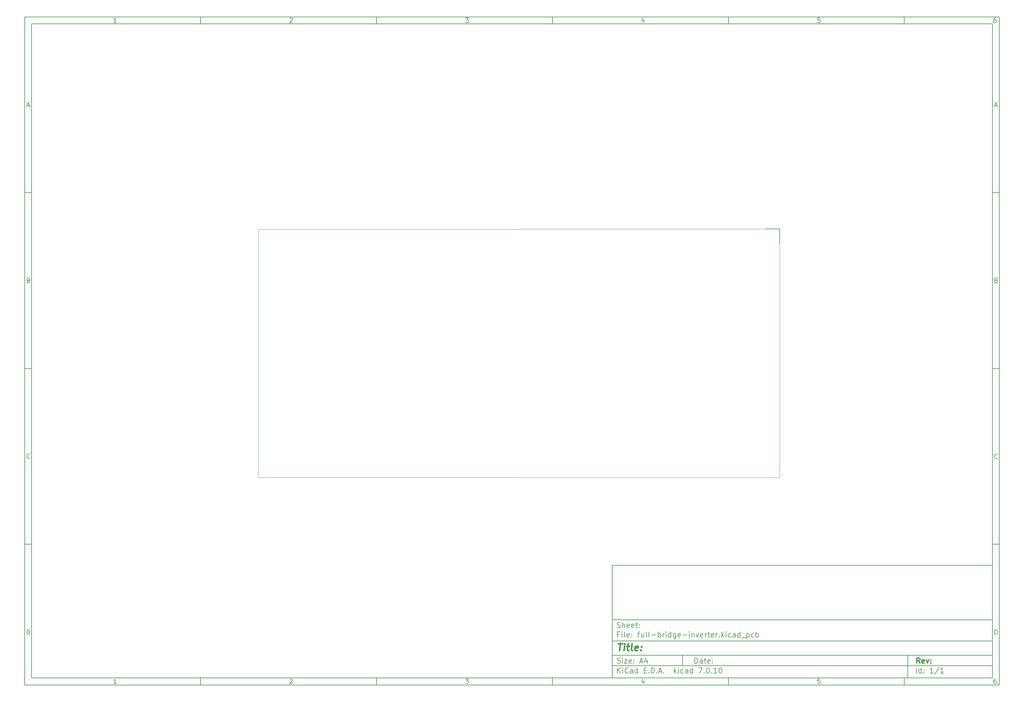
<source format=gbr>
%TF.GenerationSoftware,KiCad,Pcbnew,7.0.10*%
%TF.CreationDate,2024-06-15T06:46:59+07:00*%
%TF.ProjectId,full-bridge-inverter,66756c6c-2d62-4726-9964-67652d696e76,rev?*%
%TF.SameCoordinates,Original*%
%TF.FileFunction,Profile,NP*%
%FSLAX46Y46*%
G04 Gerber Fmt 4.6, Leading zero omitted, Abs format (unit mm)*
G04 Created by KiCad (PCBNEW 7.0.10) date 2024-06-15 06:46:59*
%MOMM*%
%LPD*%
G01*
G04 APERTURE LIST*
%ADD10C,0.100000*%
%ADD11C,0.150000*%
%ADD12C,0.300000*%
%ADD13C,0.400000*%
%TA.AperFunction,Profile*%
%ADD14C,0.200000*%
%TD*%
%TA.AperFunction,Profile*%
%ADD15C,0.100000*%
%TD*%
G04 APERTURE END LIST*
D10*
D11*
X177002200Y-166007200D02*
X285002200Y-166007200D01*
X285002200Y-198007200D01*
X177002200Y-198007200D01*
X177002200Y-166007200D01*
D10*
D11*
X10000000Y-10000000D02*
X287002200Y-10000000D01*
X287002200Y-200007200D01*
X10000000Y-200007200D01*
X10000000Y-10000000D01*
D10*
D11*
X12000000Y-12000000D02*
X285002200Y-12000000D01*
X285002200Y-198007200D01*
X12000000Y-198007200D01*
X12000000Y-12000000D01*
D10*
D11*
X60000000Y-12000000D02*
X60000000Y-10000000D01*
D10*
D11*
X110000000Y-12000000D02*
X110000000Y-10000000D01*
D10*
D11*
X160000000Y-12000000D02*
X160000000Y-10000000D01*
D10*
D11*
X210000000Y-12000000D02*
X210000000Y-10000000D01*
D10*
D11*
X260000000Y-12000000D02*
X260000000Y-10000000D01*
D10*
D11*
X36089160Y-11593604D02*
X35346303Y-11593604D01*
X35717731Y-11593604D02*
X35717731Y-10293604D01*
X35717731Y-10293604D02*
X35593922Y-10479319D01*
X35593922Y-10479319D02*
X35470112Y-10603128D01*
X35470112Y-10603128D02*
X35346303Y-10665033D01*
D10*
D11*
X85346303Y-10417414D02*
X85408207Y-10355509D01*
X85408207Y-10355509D02*
X85532017Y-10293604D01*
X85532017Y-10293604D02*
X85841541Y-10293604D01*
X85841541Y-10293604D02*
X85965350Y-10355509D01*
X85965350Y-10355509D02*
X86027255Y-10417414D01*
X86027255Y-10417414D02*
X86089160Y-10541223D01*
X86089160Y-10541223D02*
X86089160Y-10665033D01*
X86089160Y-10665033D02*
X86027255Y-10850747D01*
X86027255Y-10850747D02*
X85284398Y-11593604D01*
X85284398Y-11593604D02*
X86089160Y-11593604D01*
D10*
D11*
X135284398Y-10293604D02*
X136089160Y-10293604D01*
X136089160Y-10293604D02*
X135655826Y-10788842D01*
X135655826Y-10788842D02*
X135841541Y-10788842D01*
X135841541Y-10788842D02*
X135965350Y-10850747D01*
X135965350Y-10850747D02*
X136027255Y-10912652D01*
X136027255Y-10912652D02*
X136089160Y-11036461D01*
X136089160Y-11036461D02*
X136089160Y-11345985D01*
X136089160Y-11345985D02*
X136027255Y-11469795D01*
X136027255Y-11469795D02*
X135965350Y-11531700D01*
X135965350Y-11531700D02*
X135841541Y-11593604D01*
X135841541Y-11593604D02*
X135470112Y-11593604D01*
X135470112Y-11593604D02*
X135346303Y-11531700D01*
X135346303Y-11531700D02*
X135284398Y-11469795D01*
D10*
D11*
X185965350Y-10726938D02*
X185965350Y-11593604D01*
X185655826Y-10231700D02*
X185346303Y-11160271D01*
X185346303Y-11160271D02*
X186151064Y-11160271D01*
D10*
D11*
X236027255Y-10293604D02*
X235408207Y-10293604D01*
X235408207Y-10293604D02*
X235346303Y-10912652D01*
X235346303Y-10912652D02*
X235408207Y-10850747D01*
X235408207Y-10850747D02*
X235532017Y-10788842D01*
X235532017Y-10788842D02*
X235841541Y-10788842D01*
X235841541Y-10788842D02*
X235965350Y-10850747D01*
X235965350Y-10850747D02*
X236027255Y-10912652D01*
X236027255Y-10912652D02*
X236089160Y-11036461D01*
X236089160Y-11036461D02*
X236089160Y-11345985D01*
X236089160Y-11345985D02*
X236027255Y-11469795D01*
X236027255Y-11469795D02*
X235965350Y-11531700D01*
X235965350Y-11531700D02*
X235841541Y-11593604D01*
X235841541Y-11593604D02*
X235532017Y-11593604D01*
X235532017Y-11593604D02*
X235408207Y-11531700D01*
X235408207Y-11531700D02*
X235346303Y-11469795D01*
D10*
D11*
X285965350Y-10293604D02*
X285717731Y-10293604D01*
X285717731Y-10293604D02*
X285593922Y-10355509D01*
X285593922Y-10355509D02*
X285532017Y-10417414D01*
X285532017Y-10417414D02*
X285408207Y-10603128D01*
X285408207Y-10603128D02*
X285346303Y-10850747D01*
X285346303Y-10850747D02*
X285346303Y-11345985D01*
X285346303Y-11345985D02*
X285408207Y-11469795D01*
X285408207Y-11469795D02*
X285470112Y-11531700D01*
X285470112Y-11531700D02*
X285593922Y-11593604D01*
X285593922Y-11593604D02*
X285841541Y-11593604D01*
X285841541Y-11593604D02*
X285965350Y-11531700D01*
X285965350Y-11531700D02*
X286027255Y-11469795D01*
X286027255Y-11469795D02*
X286089160Y-11345985D01*
X286089160Y-11345985D02*
X286089160Y-11036461D01*
X286089160Y-11036461D02*
X286027255Y-10912652D01*
X286027255Y-10912652D02*
X285965350Y-10850747D01*
X285965350Y-10850747D02*
X285841541Y-10788842D01*
X285841541Y-10788842D02*
X285593922Y-10788842D01*
X285593922Y-10788842D02*
X285470112Y-10850747D01*
X285470112Y-10850747D02*
X285408207Y-10912652D01*
X285408207Y-10912652D02*
X285346303Y-11036461D01*
D10*
D11*
X60000000Y-198007200D02*
X60000000Y-200007200D01*
D10*
D11*
X110000000Y-198007200D02*
X110000000Y-200007200D01*
D10*
D11*
X160000000Y-198007200D02*
X160000000Y-200007200D01*
D10*
D11*
X210000000Y-198007200D02*
X210000000Y-200007200D01*
D10*
D11*
X260000000Y-198007200D02*
X260000000Y-200007200D01*
D10*
D11*
X36089160Y-199600804D02*
X35346303Y-199600804D01*
X35717731Y-199600804D02*
X35717731Y-198300804D01*
X35717731Y-198300804D02*
X35593922Y-198486519D01*
X35593922Y-198486519D02*
X35470112Y-198610328D01*
X35470112Y-198610328D02*
X35346303Y-198672233D01*
D10*
D11*
X85346303Y-198424614D02*
X85408207Y-198362709D01*
X85408207Y-198362709D02*
X85532017Y-198300804D01*
X85532017Y-198300804D02*
X85841541Y-198300804D01*
X85841541Y-198300804D02*
X85965350Y-198362709D01*
X85965350Y-198362709D02*
X86027255Y-198424614D01*
X86027255Y-198424614D02*
X86089160Y-198548423D01*
X86089160Y-198548423D02*
X86089160Y-198672233D01*
X86089160Y-198672233D02*
X86027255Y-198857947D01*
X86027255Y-198857947D02*
X85284398Y-199600804D01*
X85284398Y-199600804D02*
X86089160Y-199600804D01*
D10*
D11*
X135284398Y-198300804D02*
X136089160Y-198300804D01*
X136089160Y-198300804D02*
X135655826Y-198796042D01*
X135655826Y-198796042D02*
X135841541Y-198796042D01*
X135841541Y-198796042D02*
X135965350Y-198857947D01*
X135965350Y-198857947D02*
X136027255Y-198919852D01*
X136027255Y-198919852D02*
X136089160Y-199043661D01*
X136089160Y-199043661D02*
X136089160Y-199353185D01*
X136089160Y-199353185D02*
X136027255Y-199476995D01*
X136027255Y-199476995D02*
X135965350Y-199538900D01*
X135965350Y-199538900D02*
X135841541Y-199600804D01*
X135841541Y-199600804D02*
X135470112Y-199600804D01*
X135470112Y-199600804D02*
X135346303Y-199538900D01*
X135346303Y-199538900D02*
X135284398Y-199476995D01*
D10*
D11*
X185965350Y-198734138D02*
X185965350Y-199600804D01*
X185655826Y-198238900D02*
X185346303Y-199167471D01*
X185346303Y-199167471D02*
X186151064Y-199167471D01*
D10*
D11*
X236027255Y-198300804D02*
X235408207Y-198300804D01*
X235408207Y-198300804D02*
X235346303Y-198919852D01*
X235346303Y-198919852D02*
X235408207Y-198857947D01*
X235408207Y-198857947D02*
X235532017Y-198796042D01*
X235532017Y-198796042D02*
X235841541Y-198796042D01*
X235841541Y-198796042D02*
X235965350Y-198857947D01*
X235965350Y-198857947D02*
X236027255Y-198919852D01*
X236027255Y-198919852D02*
X236089160Y-199043661D01*
X236089160Y-199043661D02*
X236089160Y-199353185D01*
X236089160Y-199353185D02*
X236027255Y-199476995D01*
X236027255Y-199476995D02*
X235965350Y-199538900D01*
X235965350Y-199538900D02*
X235841541Y-199600804D01*
X235841541Y-199600804D02*
X235532017Y-199600804D01*
X235532017Y-199600804D02*
X235408207Y-199538900D01*
X235408207Y-199538900D02*
X235346303Y-199476995D01*
D10*
D11*
X285965350Y-198300804D02*
X285717731Y-198300804D01*
X285717731Y-198300804D02*
X285593922Y-198362709D01*
X285593922Y-198362709D02*
X285532017Y-198424614D01*
X285532017Y-198424614D02*
X285408207Y-198610328D01*
X285408207Y-198610328D02*
X285346303Y-198857947D01*
X285346303Y-198857947D02*
X285346303Y-199353185D01*
X285346303Y-199353185D02*
X285408207Y-199476995D01*
X285408207Y-199476995D02*
X285470112Y-199538900D01*
X285470112Y-199538900D02*
X285593922Y-199600804D01*
X285593922Y-199600804D02*
X285841541Y-199600804D01*
X285841541Y-199600804D02*
X285965350Y-199538900D01*
X285965350Y-199538900D02*
X286027255Y-199476995D01*
X286027255Y-199476995D02*
X286089160Y-199353185D01*
X286089160Y-199353185D02*
X286089160Y-199043661D01*
X286089160Y-199043661D02*
X286027255Y-198919852D01*
X286027255Y-198919852D02*
X285965350Y-198857947D01*
X285965350Y-198857947D02*
X285841541Y-198796042D01*
X285841541Y-198796042D02*
X285593922Y-198796042D01*
X285593922Y-198796042D02*
X285470112Y-198857947D01*
X285470112Y-198857947D02*
X285408207Y-198919852D01*
X285408207Y-198919852D02*
X285346303Y-199043661D01*
D10*
D11*
X10000000Y-60000000D02*
X12000000Y-60000000D01*
D10*
D11*
X10000000Y-110000000D02*
X12000000Y-110000000D01*
D10*
D11*
X10000000Y-160000000D02*
X12000000Y-160000000D01*
D10*
D11*
X10690476Y-35222176D02*
X11309523Y-35222176D01*
X10566666Y-35593604D02*
X10999999Y-34293604D01*
X10999999Y-34293604D02*
X11433333Y-35593604D01*
D10*
D11*
X11092857Y-84912652D02*
X11278571Y-84974557D01*
X11278571Y-84974557D02*
X11340476Y-85036461D01*
X11340476Y-85036461D02*
X11402380Y-85160271D01*
X11402380Y-85160271D02*
X11402380Y-85345985D01*
X11402380Y-85345985D02*
X11340476Y-85469795D01*
X11340476Y-85469795D02*
X11278571Y-85531700D01*
X11278571Y-85531700D02*
X11154761Y-85593604D01*
X11154761Y-85593604D02*
X10659523Y-85593604D01*
X10659523Y-85593604D02*
X10659523Y-84293604D01*
X10659523Y-84293604D02*
X11092857Y-84293604D01*
X11092857Y-84293604D02*
X11216666Y-84355509D01*
X11216666Y-84355509D02*
X11278571Y-84417414D01*
X11278571Y-84417414D02*
X11340476Y-84541223D01*
X11340476Y-84541223D02*
X11340476Y-84665033D01*
X11340476Y-84665033D02*
X11278571Y-84788842D01*
X11278571Y-84788842D02*
X11216666Y-84850747D01*
X11216666Y-84850747D02*
X11092857Y-84912652D01*
X11092857Y-84912652D02*
X10659523Y-84912652D01*
D10*
D11*
X11402380Y-135469795D02*
X11340476Y-135531700D01*
X11340476Y-135531700D02*
X11154761Y-135593604D01*
X11154761Y-135593604D02*
X11030952Y-135593604D01*
X11030952Y-135593604D02*
X10845238Y-135531700D01*
X10845238Y-135531700D02*
X10721428Y-135407890D01*
X10721428Y-135407890D02*
X10659523Y-135284080D01*
X10659523Y-135284080D02*
X10597619Y-135036461D01*
X10597619Y-135036461D02*
X10597619Y-134850747D01*
X10597619Y-134850747D02*
X10659523Y-134603128D01*
X10659523Y-134603128D02*
X10721428Y-134479319D01*
X10721428Y-134479319D02*
X10845238Y-134355509D01*
X10845238Y-134355509D02*
X11030952Y-134293604D01*
X11030952Y-134293604D02*
X11154761Y-134293604D01*
X11154761Y-134293604D02*
X11340476Y-134355509D01*
X11340476Y-134355509D02*
X11402380Y-134417414D01*
D10*
D11*
X10659523Y-185593604D02*
X10659523Y-184293604D01*
X10659523Y-184293604D02*
X10969047Y-184293604D01*
X10969047Y-184293604D02*
X11154761Y-184355509D01*
X11154761Y-184355509D02*
X11278571Y-184479319D01*
X11278571Y-184479319D02*
X11340476Y-184603128D01*
X11340476Y-184603128D02*
X11402380Y-184850747D01*
X11402380Y-184850747D02*
X11402380Y-185036461D01*
X11402380Y-185036461D02*
X11340476Y-185284080D01*
X11340476Y-185284080D02*
X11278571Y-185407890D01*
X11278571Y-185407890D02*
X11154761Y-185531700D01*
X11154761Y-185531700D02*
X10969047Y-185593604D01*
X10969047Y-185593604D02*
X10659523Y-185593604D01*
D10*
D11*
X287002200Y-60000000D02*
X285002200Y-60000000D01*
D10*
D11*
X287002200Y-110000000D02*
X285002200Y-110000000D01*
D10*
D11*
X287002200Y-160000000D02*
X285002200Y-160000000D01*
D10*
D11*
X285692676Y-35222176D02*
X286311723Y-35222176D01*
X285568866Y-35593604D02*
X286002199Y-34293604D01*
X286002199Y-34293604D02*
X286435533Y-35593604D01*
D10*
D11*
X286095057Y-84912652D02*
X286280771Y-84974557D01*
X286280771Y-84974557D02*
X286342676Y-85036461D01*
X286342676Y-85036461D02*
X286404580Y-85160271D01*
X286404580Y-85160271D02*
X286404580Y-85345985D01*
X286404580Y-85345985D02*
X286342676Y-85469795D01*
X286342676Y-85469795D02*
X286280771Y-85531700D01*
X286280771Y-85531700D02*
X286156961Y-85593604D01*
X286156961Y-85593604D02*
X285661723Y-85593604D01*
X285661723Y-85593604D02*
X285661723Y-84293604D01*
X285661723Y-84293604D02*
X286095057Y-84293604D01*
X286095057Y-84293604D02*
X286218866Y-84355509D01*
X286218866Y-84355509D02*
X286280771Y-84417414D01*
X286280771Y-84417414D02*
X286342676Y-84541223D01*
X286342676Y-84541223D02*
X286342676Y-84665033D01*
X286342676Y-84665033D02*
X286280771Y-84788842D01*
X286280771Y-84788842D02*
X286218866Y-84850747D01*
X286218866Y-84850747D02*
X286095057Y-84912652D01*
X286095057Y-84912652D02*
X285661723Y-84912652D01*
D10*
D11*
X286404580Y-135469795D02*
X286342676Y-135531700D01*
X286342676Y-135531700D02*
X286156961Y-135593604D01*
X286156961Y-135593604D02*
X286033152Y-135593604D01*
X286033152Y-135593604D02*
X285847438Y-135531700D01*
X285847438Y-135531700D02*
X285723628Y-135407890D01*
X285723628Y-135407890D02*
X285661723Y-135284080D01*
X285661723Y-135284080D02*
X285599819Y-135036461D01*
X285599819Y-135036461D02*
X285599819Y-134850747D01*
X285599819Y-134850747D02*
X285661723Y-134603128D01*
X285661723Y-134603128D02*
X285723628Y-134479319D01*
X285723628Y-134479319D02*
X285847438Y-134355509D01*
X285847438Y-134355509D02*
X286033152Y-134293604D01*
X286033152Y-134293604D02*
X286156961Y-134293604D01*
X286156961Y-134293604D02*
X286342676Y-134355509D01*
X286342676Y-134355509D02*
X286404580Y-134417414D01*
D10*
D11*
X285661723Y-185593604D02*
X285661723Y-184293604D01*
X285661723Y-184293604D02*
X285971247Y-184293604D01*
X285971247Y-184293604D02*
X286156961Y-184355509D01*
X286156961Y-184355509D02*
X286280771Y-184479319D01*
X286280771Y-184479319D02*
X286342676Y-184603128D01*
X286342676Y-184603128D02*
X286404580Y-184850747D01*
X286404580Y-184850747D02*
X286404580Y-185036461D01*
X286404580Y-185036461D02*
X286342676Y-185284080D01*
X286342676Y-185284080D02*
X286280771Y-185407890D01*
X286280771Y-185407890D02*
X286156961Y-185531700D01*
X286156961Y-185531700D02*
X285971247Y-185593604D01*
X285971247Y-185593604D02*
X285661723Y-185593604D01*
D10*
D11*
X200458026Y-193793328D02*
X200458026Y-192293328D01*
X200458026Y-192293328D02*
X200815169Y-192293328D01*
X200815169Y-192293328D02*
X201029455Y-192364757D01*
X201029455Y-192364757D02*
X201172312Y-192507614D01*
X201172312Y-192507614D02*
X201243741Y-192650471D01*
X201243741Y-192650471D02*
X201315169Y-192936185D01*
X201315169Y-192936185D02*
X201315169Y-193150471D01*
X201315169Y-193150471D02*
X201243741Y-193436185D01*
X201243741Y-193436185D02*
X201172312Y-193579042D01*
X201172312Y-193579042D02*
X201029455Y-193721900D01*
X201029455Y-193721900D02*
X200815169Y-193793328D01*
X200815169Y-193793328D02*
X200458026Y-193793328D01*
X202600884Y-193793328D02*
X202600884Y-193007614D01*
X202600884Y-193007614D02*
X202529455Y-192864757D01*
X202529455Y-192864757D02*
X202386598Y-192793328D01*
X202386598Y-192793328D02*
X202100884Y-192793328D01*
X202100884Y-192793328D02*
X201958026Y-192864757D01*
X202600884Y-193721900D02*
X202458026Y-193793328D01*
X202458026Y-193793328D02*
X202100884Y-193793328D01*
X202100884Y-193793328D02*
X201958026Y-193721900D01*
X201958026Y-193721900D02*
X201886598Y-193579042D01*
X201886598Y-193579042D02*
X201886598Y-193436185D01*
X201886598Y-193436185D02*
X201958026Y-193293328D01*
X201958026Y-193293328D02*
X202100884Y-193221900D01*
X202100884Y-193221900D02*
X202458026Y-193221900D01*
X202458026Y-193221900D02*
X202600884Y-193150471D01*
X203100884Y-192793328D02*
X203672312Y-192793328D01*
X203315169Y-192293328D02*
X203315169Y-193579042D01*
X203315169Y-193579042D02*
X203386598Y-193721900D01*
X203386598Y-193721900D02*
X203529455Y-193793328D01*
X203529455Y-193793328D02*
X203672312Y-193793328D01*
X204743741Y-193721900D02*
X204600884Y-193793328D01*
X204600884Y-193793328D02*
X204315170Y-193793328D01*
X204315170Y-193793328D02*
X204172312Y-193721900D01*
X204172312Y-193721900D02*
X204100884Y-193579042D01*
X204100884Y-193579042D02*
X204100884Y-193007614D01*
X204100884Y-193007614D02*
X204172312Y-192864757D01*
X204172312Y-192864757D02*
X204315170Y-192793328D01*
X204315170Y-192793328D02*
X204600884Y-192793328D01*
X204600884Y-192793328D02*
X204743741Y-192864757D01*
X204743741Y-192864757D02*
X204815170Y-193007614D01*
X204815170Y-193007614D02*
X204815170Y-193150471D01*
X204815170Y-193150471D02*
X204100884Y-193293328D01*
X205458026Y-193650471D02*
X205529455Y-193721900D01*
X205529455Y-193721900D02*
X205458026Y-193793328D01*
X205458026Y-193793328D02*
X205386598Y-193721900D01*
X205386598Y-193721900D02*
X205458026Y-193650471D01*
X205458026Y-193650471D02*
X205458026Y-193793328D01*
X205458026Y-192864757D02*
X205529455Y-192936185D01*
X205529455Y-192936185D02*
X205458026Y-193007614D01*
X205458026Y-193007614D02*
X205386598Y-192936185D01*
X205386598Y-192936185D02*
X205458026Y-192864757D01*
X205458026Y-192864757D02*
X205458026Y-193007614D01*
D10*
D11*
X177002200Y-194507200D02*
X285002200Y-194507200D01*
D10*
D11*
X178458026Y-196593328D02*
X178458026Y-195093328D01*
X179315169Y-196593328D02*
X178672312Y-195736185D01*
X179315169Y-195093328D02*
X178458026Y-195950471D01*
X179958026Y-196593328D02*
X179958026Y-195593328D01*
X179958026Y-195093328D02*
X179886598Y-195164757D01*
X179886598Y-195164757D02*
X179958026Y-195236185D01*
X179958026Y-195236185D02*
X180029455Y-195164757D01*
X180029455Y-195164757D02*
X179958026Y-195093328D01*
X179958026Y-195093328D02*
X179958026Y-195236185D01*
X181529455Y-196450471D02*
X181458027Y-196521900D01*
X181458027Y-196521900D02*
X181243741Y-196593328D01*
X181243741Y-196593328D02*
X181100884Y-196593328D01*
X181100884Y-196593328D02*
X180886598Y-196521900D01*
X180886598Y-196521900D02*
X180743741Y-196379042D01*
X180743741Y-196379042D02*
X180672312Y-196236185D01*
X180672312Y-196236185D02*
X180600884Y-195950471D01*
X180600884Y-195950471D02*
X180600884Y-195736185D01*
X180600884Y-195736185D02*
X180672312Y-195450471D01*
X180672312Y-195450471D02*
X180743741Y-195307614D01*
X180743741Y-195307614D02*
X180886598Y-195164757D01*
X180886598Y-195164757D02*
X181100884Y-195093328D01*
X181100884Y-195093328D02*
X181243741Y-195093328D01*
X181243741Y-195093328D02*
X181458027Y-195164757D01*
X181458027Y-195164757D02*
X181529455Y-195236185D01*
X182815170Y-196593328D02*
X182815170Y-195807614D01*
X182815170Y-195807614D02*
X182743741Y-195664757D01*
X182743741Y-195664757D02*
X182600884Y-195593328D01*
X182600884Y-195593328D02*
X182315170Y-195593328D01*
X182315170Y-195593328D02*
X182172312Y-195664757D01*
X182815170Y-196521900D02*
X182672312Y-196593328D01*
X182672312Y-196593328D02*
X182315170Y-196593328D01*
X182315170Y-196593328D02*
X182172312Y-196521900D01*
X182172312Y-196521900D02*
X182100884Y-196379042D01*
X182100884Y-196379042D02*
X182100884Y-196236185D01*
X182100884Y-196236185D02*
X182172312Y-196093328D01*
X182172312Y-196093328D02*
X182315170Y-196021900D01*
X182315170Y-196021900D02*
X182672312Y-196021900D01*
X182672312Y-196021900D02*
X182815170Y-195950471D01*
X184172313Y-196593328D02*
X184172313Y-195093328D01*
X184172313Y-196521900D02*
X184029455Y-196593328D01*
X184029455Y-196593328D02*
X183743741Y-196593328D01*
X183743741Y-196593328D02*
X183600884Y-196521900D01*
X183600884Y-196521900D02*
X183529455Y-196450471D01*
X183529455Y-196450471D02*
X183458027Y-196307614D01*
X183458027Y-196307614D02*
X183458027Y-195879042D01*
X183458027Y-195879042D02*
X183529455Y-195736185D01*
X183529455Y-195736185D02*
X183600884Y-195664757D01*
X183600884Y-195664757D02*
X183743741Y-195593328D01*
X183743741Y-195593328D02*
X184029455Y-195593328D01*
X184029455Y-195593328D02*
X184172313Y-195664757D01*
X186029455Y-195807614D02*
X186529455Y-195807614D01*
X186743741Y-196593328D02*
X186029455Y-196593328D01*
X186029455Y-196593328D02*
X186029455Y-195093328D01*
X186029455Y-195093328D02*
X186743741Y-195093328D01*
X187386598Y-196450471D02*
X187458027Y-196521900D01*
X187458027Y-196521900D02*
X187386598Y-196593328D01*
X187386598Y-196593328D02*
X187315170Y-196521900D01*
X187315170Y-196521900D02*
X187386598Y-196450471D01*
X187386598Y-196450471D02*
X187386598Y-196593328D01*
X188100884Y-196593328D02*
X188100884Y-195093328D01*
X188100884Y-195093328D02*
X188458027Y-195093328D01*
X188458027Y-195093328D02*
X188672313Y-195164757D01*
X188672313Y-195164757D02*
X188815170Y-195307614D01*
X188815170Y-195307614D02*
X188886599Y-195450471D01*
X188886599Y-195450471D02*
X188958027Y-195736185D01*
X188958027Y-195736185D02*
X188958027Y-195950471D01*
X188958027Y-195950471D02*
X188886599Y-196236185D01*
X188886599Y-196236185D02*
X188815170Y-196379042D01*
X188815170Y-196379042D02*
X188672313Y-196521900D01*
X188672313Y-196521900D02*
X188458027Y-196593328D01*
X188458027Y-196593328D02*
X188100884Y-196593328D01*
X189600884Y-196450471D02*
X189672313Y-196521900D01*
X189672313Y-196521900D02*
X189600884Y-196593328D01*
X189600884Y-196593328D02*
X189529456Y-196521900D01*
X189529456Y-196521900D02*
X189600884Y-196450471D01*
X189600884Y-196450471D02*
X189600884Y-196593328D01*
X190243742Y-196164757D02*
X190958028Y-196164757D01*
X190100885Y-196593328D02*
X190600885Y-195093328D01*
X190600885Y-195093328D02*
X191100885Y-196593328D01*
X191600884Y-196450471D02*
X191672313Y-196521900D01*
X191672313Y-196521900D02*
X191600884Y-196593328D01*
X191600884Y-196593328D02*
X191529456Y-196521900D01*
X191529456Y-196521900D02*
X191600884Y-196450471D01*
X191600884Y-196450471D02*
X191600884Y-196593328D01*
X194600884Y-196593328D02*
X194600884Y-195093328D01*
X194743742Y-196021900D02*
X195172313Y-196593328D01*
X195172313Y-195593328D02*
X194600884Y-196164757D01*
X195815170Y-196593328D02*
X195815170Y-195593328D01*
X195815170Y-195093328D02*
X195743742Y-195164757D01*
X195743742Y-195164757D02*
X195815170Y-195236185D01*
X195815170Y-195236185D02*
X195886599Y-195164757D01*
X195886599Y-195164757D02*
X195815170Y-195093328D01*
X195815170Y-195093328D02*
X195815170Y-195236185D01*
X197172314Y-196521900D02*
X197029456Y-196593328D01*
X197029456Y-196593328D02*
X196743742Y-196593328D01*
X196743742Y-196593328D02*
X196600885Y-196521900D01*
X196600885Y-196521900D02*
X196529456Y-196450471D01*
X196529456Y-196450471D02*
X196458028Y-196307614D01*
X196458028Y-196307614D02*
X196458028Y-195879042D01*
X196458028Y-195879042D02*
X196529456Y-195736185D01*
X196529456Y-195736185D02*
X196600885Y-195664757D01*
X196600885Y-195664757D02*
X196743742Y-195593328D01*
X196743742Y-195593328D02*
X197029456Y-195593328D01*
X197029456Y-195593328D02*
X197172314Y-195664757D01*
X198458028Y-196593328D02*
X198458028Y-195807614D01*
X198458028Y-195807614D02*
X198386599Y-195664757D01*
X198386599Y-195664757D02*
X198243742Y-195593328D01*
X198243742Y-195593328D02*
X197958028Y-195593328D01*
X197958028Y-195593328D02*
X197815170Y-195664757D01*
X198458028Y-196521900D02*
X198315170Y-196593328D01*
X198315170Y-196593328D02*
X197958028Y-196593328D01*
X197958028Y-196593328D02*
X197815170Y-196521900D01*
X197815170Y-196521900D02*
X197743742Y-196379042D01*
X197743742Y-196379042D02*
X197743742Y-196236185D01*
X197743742Y-196236185D02*
X197815170Y-196093328D01*
X197815170Y-196093328D02*
X197958028Y-196021900D01*
X197958028Y-196021900D02*
X198315170Y-196021900D01*
X198315170Y-196021900D02*
X198458028Y-195950471D01*
X199815171Y-196593328D02*
X199815171Y-195093328D01*
X199815171Y-196521900D02*
X199672313Y-196593328D01*
X199672313Y-196593328D02*
X199386599Y-196593328D01*
X199386599Y-196593328D02*
X199243742Y-196521900D01*
X199243742Y-196521900D02*
X199172313Y-196450471D01*
X199172313Y-196450471D02*
X199100885Y-196307614D01*
X199100885Y-196307614D02*
X199100885Y-195879042D01*
X199100885Y-195879042D02*
X199172313Y-195736185D01*
X199172313Y-195736185D02*
X199243742Y-195664757D01*
X199243742Y-195664757D02*
X199386599Y-195593328D01*
X199386599Y-195593328D02*
X199672313Y-195593328D01*
X199672313Y-195593328D02*
X199815171Y-195664757D01*
X201529456Y-195093328D02*
X202529456Y-195093328D01*
X202529456Y-195093328D02*
X201886599Y-196593328D01*
X203100884Y-196450471D02*
X203172313Y-196521900D01*
X203172313Y-196521900D02*
X203100884Y-196593328D01*
X203100884Y-196593328D02*
X203029456Y-196521900D01*
X203029456Y-196521900D02*
X203100884Y-196450471D01*
X203100884Y-196450471D02*
X203100884Y-196593328D01*
X204100885Y-195093328D02*
X204243742Y-195093328D01*
X204243742Y-195093328D02*
X204386599Y-195164757D01*
X204386599Y-195164757D02*
X204458028Y-195236185D01*
X204458028Y-195236185D02*
X204529456Y-195379042D01*
X204529456Y-195379042D02*
X204600885Y-195664757D01*
X204600885Y-195664757D02*
X204600885Y-196021900D01*
X204600885Y-196021900D02*
X204529456Y-196307614D01*
X204529456Y-196307614D02*
X204458028Y-196450471D01*
X204458028Y-196450471D02*
X204386599Y-196521900D01*
X204386599Y-196521900D02*
X204243742Y-196593328D01*
X204243742Y-196593328D02*
X204100885Y-196593328D01*
X204100885Y-196593328D02*
X203958028Y-196521900D01*
X203958028Y-196521900D02*
X203886599Y-196450471D01*
X203886599Y-196450471D02*
X203815170Y-196307614D01*
X203815170Y-196307614D02*
X203743742Y-196021900D01*
X203743742Y-196021900D02*
X203743742Y-195664757D01*
X203743742Y-195664757D02*
X203815170Y-195379042D01*
X203815170Y-195379042D02*
X203886599Y-195236185D01*
X203886599Y-195236185D02*
X203958028Y-195164757D01*
X203958028Y-195164757D02*
X204100885Y-195093328D01*
X205243741Y-196450471D02*
X205315170Y-196521900D01*
X205315170Y-196521900D02*
X205243741Y-196593328D01*
X205243741Y-196593328D02*
X205172313Y-196521900D01*
X205172313Y-196521900D02*
X205243741Y-196450471D01*
X205243741Y-196450471D02*
X205243741Y-196593328D01*
X206743742Y-196593328D02*
X205886599Y-196593328D01*
X206315170Y-196593328D02*
X206315170Y-195093328D01*
X206315170Y-195093328D02*
X206172313Y-195307614D01*
X206172313Y-195307614D02*
X206029456Y-195450471D01*
X206029456Y-195450471D02*
X205886599Y-195521900D01*
X207672313Y-195093328D02*
X207815170Y-195093328D01*
X207815170Y-195093328D02*
X207958027Y-195164757D01*
X207958027Y-195164757D02*
X208029456Y-195236185D01*
X208029456Y-195236185D02*
X208100884Y-195379042D01*
X208100884Y-195379042D02*
X208172313Y-195664757D01*
X208172313Y-195664757D02*
X208172313Y-196021900D01*
X208172313Y-196021900D02*
X208100884Y-196307614D01*
X208100884Y-196307614D02*
X208029456Y-196450471D01*
X208029456Y-196450471D02*
X207958027Y-196521900D01*
X207958027Y-196521900D02*
X207815170Y-196593328D01*
X207815170Y-196593328D02*
X207672313Y-196593328D01*
X207672313Y-196593328D02*
X207529456Y-196521900D01*
X207529456Y-196521900D02*
X207458027Y-196450471D01*
X207458027Y-196450471D02*
X207386598Y-196307614D01*
X207386598Y-196307614D02*
X207315170Y-196021900D01*
X207315170Y-196021900D02*
X207315170Y-195664757D01*
X207315170Y-195664757D02*
X207386598Y-195379042D01*
X207386598Y-195379042D02*
X207458027Y-195236185D01*
X207458027Y-195236185D02*
X207529456Y-195164757D01*
X207529456Y-195164757D02*
X207672313Y-195093328D01*
D10*
D11*
X177002200Y-191507200D02*
X285002200Y-191507200D01*
D10*
D12*
X264413853Y-193785528D02*
X263913853Y-193071242D01*
X263556710Y-193785528D02*
X263556710Y-192285528D01*
X263556710Y-192285528D02*
X264128139Y-192285528D01*
X264128139Y-192285528D02*
X264270996Y-192356957D01*
X264270996Y-192356957D02*
X264342425Y-192428385D01*
X264342425Y-192428385D02*
X264413853Y-192571242D01*
X264413853Y-192571242D02*
X264413853Y-192785528D01*
X264413853Y-192785528D02*
X264342425Y-192928385D01*
X264342425Y-192928385D02*
X264270996Y-192999814D01*
X264270996Y-192999814D02*
X264128139Y-193071242D01*
X264128139Y-193071242D02*
X263556710Y-193071242D01*
X265628139Y-193714100D02*
X265485282Y-193785528D01*
X265485282Y-193785528D02*
X265199568Y-193785528D01*
X265199568Y-193785528D02*
X265056710Y-193714100D01*
X265056710Y-193714100D02*
X264985282Y-193571242D01*
X264985282Y-193571242D02*
X264985282Y-192999814D01*
X264985282Y-192999814D02*
X265056710Y-192856957D01*
X265056710Y-192856957D02*
X265199568Y-192785528D01*
X265199568Y-192785528D02*
X265485282Y-192785528D01*
X265485282Y-192785528D02*
X265628139Y-192856957D01*
X265628139Y-192856957D02*
X265699568Y-192999814D01*
X265699568Y-192999814D02*
X265699568Y-193142671D01*
X265699568Y-193142671D02*
X264985282Y-193285528D01*
X266199567Y-192785528D02*
X266556710Y-193785528D01*
X266556710Y-193785528D02*
X266913853Y-192785528D01*
X267485281Y-193642671D02*
X267556710Y-193714100D01*
X267556710Y-193714100D02*
X267485281Y-193785528D01*
X267485281Y-193785528D02*
X267413853Y-193714100D01*
X267413853Y-193714100D02*
X267485281Y-193642671D01*
X267485281Y-193642671D02*
X267485281Y-193785528D01*
X267485281Y-192856957D02*
X267556710Y-192928385D01*
X267556710Y-192928385D02*
X267485281Y-192999814D01*
X267485281Y-192999814D02*
X267413853Y-192928385D01*
X267413853Y-192928385D02*
X267485281Y-192856957D01*
X267485281Y-192856957D02*
X267485281Y-192999814D01*
D10*
D11*
X178386598Y-193721900D02*
X178600884Y-193793328D01*
X178600884Y-193793328D02*
X178958026Y-193793328D01*
X178958026Y-193793328D02*
X179100884Y-193721900D01*
X179100884Y-193721900D02*
X179172312Y-193650471D01*
X179172312Y-193650471D02*
X179243741Y-193507614D01*
X179243741Y-193507614D02*
X179243741Y-193364757D01*
X179243741Y-193364757D02*
X179172312Y-193221900D01*
X179172312Y-193221900D02*
X179100884Y-193150471D01*
X179100884Y-193150471D02*
X178958026Y-193079042D01*
X178958026Y-193079042D02*
X178672312Y-193007614D01*
X178672312Y-193007614D02*
X178529455Y-192936185D01*
X178529455Y-192936185D02*
X178458026Y-192864757D01*
X178458026Y-192864757D02*
X178386598Y-192721900D01*
X178386598Y-192721900D02*
X178386598Y-192579042D01*
X178386598Y-192579042D02*
X178458026Y-192436185D01*
X178458026Y-192436185D02*
X178529455Y-192364757D01*
X178529455Y-192364757D02*
X178672312Y-192293328D01*
X178672312Y-192293328D02*
X179029455Y-192293328D01*
X179029455Y-192293328D02*
X179243741Y-192364757D01*
X179886597Y-193793328D02*
X179886597Y-192793328D01*
X179886597Y-192293328D02*
X179815169Y-192364757D01*
X179815169Y-192364757D02*
X179886597Y-192436185D01*
X179886597Y-192436185D02*
X179958026Y-192364757D01*
X179958026Y-192364757D02*
X179886597Y-192293328D01*
X179886597Y-192293328D02*
X179886597Y-192436185D01*
X180458026Y-192793328D02*
X181243741Y-192793328D01*
X181243741Y-192793328D02*
X180458026Y-193793328D01*
X180458026Y-193793328D02*
X181243741Y-193793328D01*
X182386598Y-193721900D02*
X182243741Y-193793328D01*
X182243741Y-193793328D02*
X181958027Y-193793328D01*
X181958027Y-193793328D02*
X181815169Y-193721900D01*
X181815169Y-193721900D02*
X181743741Y-193579042D01*
X181743741Y-193579042D02*
X181743741Y-193007614D01*
X181743741Y-193007614D02*
X181815169Y-192864757D01*
X181815169Y-192864757D02*
X181958027Y-192793328D01*
X181958027Y-192793328D02*
X182243741Y-192793328D01*
X182243741Y-192793328D02*
X182386598Y-192864757D01*
X182386598Y-192864757D02*
X182458027Y-193007614D01*
X182458027Y-193007614D02*
X182458027Y-193150471D01*
X182458027Y-193150471D02*
X181743741Y-193293328D01*
X183100883Y-193650471D02*
X183172312Y-193721900D01*
X183172312Y-193721900D02*
X183100883Y-193793328D01*
X183100883Y-193793328D02*
X183029455Y-193721900D01*
X183029455Y-193721900D02*
X183100883Y-193650471D01*
X183100883Y-193650471D02*
X183100883Y-193793328D01*
X183100883Y-192864757D02*
X183172312Y-192936185D01*
X183172312Y-192936185D02*
X183100883Y-193007614D01*
X183100883Y-193007614D02*
X183029455Y-192936185D01*
X183029455Y-192936185D02*
X183100883Y-192864757D01*
X183100883Y-192864757D02*
X183100883Y-193007614D01*
X184886598Y-193364757D02*
X185600884Y-193364757D01*
X184743741Y-193793328D02*
X185243741Y-192293328D01*
X185243741Y-192293328D02*
X185743741Y-193793328D01*
X186886598Y-192793328D02*
X186886598Y-193793328D01*
X186529455Y-192221900D02*
X186172312Y-193293328D01*
X186172312Y-193293328D02*
X187100883Y-193293328D01*
D10*
D11*
X263458026Y-196593328D02*
X263458026Y-195093328D01*
X264815170Y-196593328D02*
X264815170Y-195093328D01*
X264815170Y-196521900D02*
X264672312Y-196593328D01*
X264672312Y-196593328D02*
X264386598Y-196593328D01*
X264386598Y-196593328D02*
X264243741Y-196521900D01*
X264243741Y-196521900D02*
X264172312Y-196450471D01*
X264172312Y-196450471D02*
X264100884Y-196307614D01*
X264100884Y-196307614D02*
X264100884Y-195879042D01*
X264100884Y-195879042D02*
X264172312Y-195736185D01*
X264172312Y-195736185D02*
X264243741Y-195664757D01*
X264243741Y-195664757D02*
X264386598Y-195593328D01*
X264386598Y-195593328D02*
X264672312Y-195593328D01*
X264672312Y-195593328D02*
X264815170Y-195664757D01*
X265529455Y-196450471D02*
X265600884Y-196521900D01*
X265600884Y-196521900D02*
X265529455Y-196593328D01*
X265529455Y-196593328D02*
X265458027Y-196521900D01*
X265458027Y-196521900D02*
X265529455Y-196450471D01*
X265529455Y-196450471D02*
X265529455Y-196593328D01*
X265529455Y-195664757D02*
X265600884Y-195736185D01*
X265600884Y-195736185D02*
X265529455Y-195807614D01*
X265529455Y-195807614D02*
X265458027Y-195736185D01*
X265458027Y-195736185D02*
X265529455Y-195664757D01*
X265529455Y-195664757D02*
X265529455Y-195807614D01*
X268172313Y-196593328D02*
X267315170Y-196593328D01*
X267743741Y-196593328D02*
X267743741Y-195093328D01*
X267743741Y-195093328D02*
X267600884Y-195307614D01*
X267600884Y-195307614D02*
X267458027Y-195450471D01*
X267458027Y-195450471D02*
X267315170Y-195521900D01*
X269886598Y-195021900D02*
X268600884Y-196950471D01*
X271172313Y-196593328D02*
X270315170Y-196593328D01*
X270743741Y-196593328D02*
X270743741Y-195093328D01*
X270743741Y-195093328D02*
X270600884Y-195307614D01*
X270600884Y-195307614D02*
X270458027Y-195450471D01*
X270458027Y-195450471D02*
X270315170Y-195521900D01*
D10*
D11*
X177002200Y-187507200D02*
X285002200Y-187507200D01*
D10*
D13*
X178693928Y-188211638D02*
X179836785Y-188211638D01*
X179015357Y-190211638D02*
X179265357Y-188211638D01*
X180253452Y-190211638D02*
X180420119Y-188878304D01*
X180503452Y-188211638D02*
X180396309Y-188306876D01*
X180396309Y-188306876D02*
X180479643Y-188402114D01*
X180479643Y-188402114D02*
X180586786Y-188306876D01*
X180586786Y-188306876D02*
X180503452Y-188211638D01*
X180503452Y-188211638D02*
X180479643Y-188402114D01*
X181086786Y-188878304D02*
X181848690Y-188878304D01*
X181455833Y-188211638D02*
X181241548Y-189925923D01*
X181241548Y-189925923D02*
X181312976Y-190116400D01*
X181312976Y-190116400D02*
X181491548Y-190211638D01*
X181491548Y-190211638D02*
X181682024Y-190211638D01*
X182634405Y-190211638D02*
X182455833Y-190116400D01*
X182455833Y-190116400D02*
X182384405Y-189925923D01*
X182384405Y-189925923D02*
X182598690Y-188211638D01*
X184170119Y-190116400D02*
X183967738Y-190211638D01*
X183967738Y-190211638D02*
X183586785Y-190211638D01*
X183586785Y-190211638D02*
X183408214Y-190116400D01*
X183408214Y-190116400D02*
X183336785Y-189925923D01*
X183336785Y-189925923D02*
X183432024Y-189164019D01*
X183432024Y-189164019D02*
X183551071Y-188973542D01*
X183551071Y-188973542D02*
X183753452Y-188878304D01*
X183753452Y-188878304D02*
X184134404Y-188878304D01*
X184134404Y-188878304D02*
X184312976Y-188973542D01*
X184312976Y-188973542D02*
X184384404Y-189164019D01*
X184384404Y-189164019D02*
X184360595Y-189354495D01*
X184360595Y-189354495D02*
X183384404Y-189544971D01*
X185134405Y-190021161D02*
X185217738Y-190116400D01*
X185217738Y-190116400D02*
X185110595Y-190211638D01*
X185110595Y-190211638D02*
X185027262Y-190116400D01*
X185027262Y-190116400D02*
X185134405Y-190021161D01*
X185134405Y-190021161D02*
X185110595Y-190211638D01*
X185265357Y-188973542D02*
X185348690Y-189068780D01*
X185348690Y-189068780D02*
X185241548Y-189164019D01*
X185241548Y-189164019D02*
X185158214Y-189068780D01*
X185158214Y-189068780D02*
X185265357Y-188973542D01*
X185265357Y-188973542D02*
X185241548Y-189164019D01*
D10*
D11*
X178958026Y-185607614D02*
X178458026Y-185607614D01*
X178458026Y-186393328D02*
X178458026Y-184893328D01*
X178458026Y-184893328D02*
X179172312Y-184893328D01*
X179743740Y-186393328D02*
X179743740Y-185393328D01*
X179743740Y-184893328D02*
X179672312Y-184964757D01*
X179672312Y-184964757D02*
X179743740Y-185036185D01*
X179743740Y-185036185D02*
X179815169Y-184964757D01*
X179815169Y-184964757D02*
X179743740Y-184893328D01*
X179743740Y-184893328D02*
X179743740Y-185036185D01*
X180672312Y-186393328D02*
X180529455Y-186321900D01*
X180529455Y-186321900D02*
X180458026Y-186179042D01*
X180458026Y-186179042D02*
X180458026Y-184893328D01*
X181815169Y-186321900D02*
X181672312Y-186393328D01*
X181672312Y-186393328D02*
X181386598Y-186393328D01*
X181386598Y-186393328D02*
X181243740Y-186321900D01*
X181243740Y-186321900D02*
X181172312Y-186179042D01*
X181172312Y-186179042D02*
X181172312Y-185607614D01*
X181172312Y-185607614D02*
X181243740Y-185464757D01*
X181243740Y-185464757D02*
X181386598Y-185393328D01*
X181386598Y-185393328D02*
X181672312Y-185393328D01*
X181672312Y-185393328D02*
X181815169Y-185464757D01*
X181815169Y-185464757D02*
X181886598Y-185607614D01*
X181886598Y-185607614D02*
X181886598Y-185750471D01*
X181886598Y-185750471D02*
X181172312Y-185893328D01*
X182529454Y-186250471D02*
X182600883Y-186321900D01*
X182600883Y-186321900D02*
X182529454Y-186393328D01*
X182529454Y-186393328D02*
X182458026Y-186321900D01*
X182458026Y-186321900D02*
X182529454Y-186250471D01*
X182529454Y-186250471D02*
X182529454Y-186393328D01*
X182529454Y-185464757D02*
X182600883Y-185536185D01*
X182600883Y-185536185D02*
X182529454Y-185607614D01*
X182529454Y-185607614D02*
X182458026Y-185536185D01*
X182458026Y-185536185D02*
X182529454Y-185464757D01*
X182529454Y-185464757D02*
X182529454Y-185607614D01*
X184172312Y-185393328D02*
X184743740Y-185393328D01*
X184386597Y-186393328D02*
X184386597Y-185107614D01*
X184386597Y-185107614D02*
X184458026Y-184964757D01*
X184458026Y-184964757D02*
X184600883Y-184893328D01*
X184600883Y-184893328D02*
X184743740Y-184893328D01*
X185886598Y-185393328D02*
X185886598Y-186393328D01*
X185243740Y-185393328D02*
X185243740Y-186179042D01*
X185243740Y-186179042D02*
X185315169Y-186321900D01*
X185315169Y-186321900D02*
X185458026Y-186393328D01*
X185458026Y-186393328D02*
X185672312Y-186393328D01*
X185672312Y-186393328D02*
X185815169Y-186321900D01*
X185815169Y-186321900D02*
X185886598Y-186250471D01*
X186815169Y-186393328D02*
X186672312Y-186321900D01*
X186672312Y-186321900D02*
X186600883Y-186179042D01*
X186600883Y-186179042D02*
X186600883Y-184893328D01*
X187600883Y-186393328D02*
X187458026Y-186321900D01*
X187458026Y-186321900D02*
X187386597Y-186179042D01*
X187386597Y-186179042D02*
X187386597Y-184893328D01*
X188172311Y-185821900D02*
X189315169Y-185821900D01*
X190029454Y-186393328D02*
X190029454Y-184893328D01*
X190029454Y-185464757D02*
X190172312Y-185393328D01*
X190172312Y-185393328D02*
X190458026Y-185393328D01*
X190458026Y-185393328D02*
X190600883Y-185464757D01*
X190600883Y-185464757D02*
X190672312Y-185536185D01*
X190672312Y-185536185D02*
X190743740Y-185679042D01*
X190743740Y-185679042D02*
X190743740Y-186107614D01*
X190743740Y-186107614D02*
X190672312Y-186250471D01*
X190672312Y-186250471D02*
X190600883Y-186321900D01*
X190600883Y-186321900D02*
X190458026Y-186393328D01*
X190458026Y-186393328D02*
X190172312Y-186393328D01*
X190172312Y-186393328D02*
X190029454Y-186321900D01*
X191386597Y-186393328D02*
X191386597Y-185393328D01*
X191386597Y-185679042D02*
X191458026Y-185536185D01*
X191458026Y-185536185D02*
X191529455Y-185464757D01*
X191529455Y-185464757D02*
X191672312Y-185393328D01*
X191672312Y-185393328D02*
X191815169Y-185393328D01*
X192315168Y-186393328D02*
X192315168Y-185393328D01*
X192315168Y-184893328D02*
X192243740Y-184964757D01*
X192243740Y-184964757D02*
X192315168Y-185036185D01*
X192315168Y-185036185D02*
X192386597Y-184964757D01*
X192386597Y-184964757D02*
X192315168Y-184893328D01*
X192315168Y-184893328D02*
X192315168Y-185036185D01*
X193672312Y-186393328D02*
X193672312Y-184893328D01*
X193672312Y-186321900D02*
X193529454Y-186393328D01*
X193529454Y-186393328D02*
X193243740Y-186393328D01*
X193243740Y-186393328D02*
X193100883Y-186321900D01*
X193100883Y-186321900D02*
X193029454Y-186250471D01*
X193029454Y-186250471D02*
X192958026Y-186107614D01*
X192958026Y-186107614D02*
X192958026Y-185679042D01*
X192958026Y-185679042D02*
X193029454Y-185536185D01*
X193029454Y-185536185D02*
X193100883Y-185464757D01*
X193100883Y-185464757D02*
X193243740Y-185393328D01*
X193243740Y-185393328D02*
X193529454Y-185393328D01*
X193529454Y-185393328D02*
X193672312Y-185464757D01*
X195029455Y-185393328D02*
X195029455Y-186607614D01*
X195029455Y-186607614D02*
X194958026Y-186750471D01*
X194958026Y-186750471D02*
X194886597Y-186821900D01*
X194886597Y-186821900D02*
X194743740Y-186893328D01*
X194743740Y-186893328D02*
X194529455Y-186893328D01*
X194529455Y-186893328D02*
X194386597Y-186821900D01*
X195029455Y-186321900D02*
X194886597Y-186393328D01*
X194886597Y-186393328D02*
X194600883Y-186393328D01*
X194600883Y-186393328D02*
X194458026Y-186321900D01*
X194458026Y-186321900D02*
X194386597Y-186250471D01*
X194386597Y-186250471D02*
X194315169Y-186107614D01*
X194315169Y-186107614D02*
X194315169Y-185679042D01*
X194315169Y-185679042D02*
X194386597Y-185536185D01*
X194386597Y-185536185D02*
X194458026Y-185464757D01*
X194458026Y-185464757D02*
X194600883Y-185393328D01*
X194600883Y-185393328D02*
X194886597Y-185393328D01*
X194886597Y-185393328D02*
X195029455Y-185464757D01*
X196315169Y-186321900D02*
X196172312Y-186393328D01*
X196172312Y-186393328D02*
X195886598Y-186393328D01*
X195886598Y-186393328D02*
X195743740Y-186321900D01*
X195743740Y-186321900D02*
X195672312Y-186179042D01*
X195672312Y-186179042D02*
X195672312Y-185607614D01*
X195672312Y-185607614D02*
X195743740Y-185464757D01*
X195743740Y-185464757D02*
X195886598Y-185393328D01*
X195886598Y-185393328D02*
X196172312Y-185393328D01*
X196172312Y-185393328D02*
X196315169Y-185464757D01*
X196315169Y-185464757D02*
X196386598Y-185607614D01*
X196386598Y-185607614D02*
X196386598Y-185750471D01*
X196386598Y-185750471D02*
X195672312Y-185893328D01*
X197029454Y-185821900D02*
X198172312Y-185821900D01*
X198886597Y-186393328D02*
X198886597Y-185393328D01*
X198886597Y-184893328D02*
X198815169Y-184964757D01*
X198815169Y-184964757D02*
X198886597Y-185036185D01*
X198886597Y-185036185D02*
X198958026Y-184964757D01*
X198958026Y-184964757D02*
X198886597Y-184893328D01*
X198886597Y-184893328D02*
X198886597Y-185036185D01*
X199600883Y-185393328D02*
X199600883Y-186393328D01*
X199600883Y-185536185D02*
X199672312Y-185464757D01*
X199672312Y-185464757D02*
X199815169Y-185393328D01*
X199815169Y-185393328D02*
X200029455Y-185393328D01*
X200029455Y-185393328D02*
X200172312Y-185464757D01*
X200172312Y-185464757D02*
X200243741Y-185607614D01*
X200243741Y-185607614D02*
X200243741Y-186393328D01*
X200815169Y-185393328D02*
X201172312Y-186393328D01*
X201172312Y-186393328D02*
X201529455Y-185393328D01*
X202672312Y-186321900D02*
X202529455Y-186393328D01*
X202529455Y-186393328D02*
X202243741Y-186393328D01*
X202243741Y-186393328D02*
X202100883Y-186321900D01*
X202100883Y-186321900D02*
X202029455Y-186179042D01*
X202029455Y-186179042D02*
X202029455Y-185607614D01*
X202029455Y-185607614D02*
X202100883Y-185464757D01*
X202100883Y-185464757D02*
X202243741Y-185393328D01*
X202243741Y-185393328D02*
X202529455Y-185393328D01*
X202529455Y-185393328D02*
X202672312Y-185464757D01*
X202672312Y-185464757D02*
X202743741Y-185607614D01*
X202743741Y-185607614D02*
X202743741Y-185750471D01*
X202743741Y-185750471D02*
X202029455Y-185893328D01*
X203386597Y-186393328D02*
X203386597Y-185393328D01*
X203386597Y-185679042D02*
X203458026Y-185536185D01*
X203458026Y-185536185D02*
X203529455Y-185464757D01*
X203529455Y-185464757D02*
X203672312Y-185393328D01*
X203672312Y-185393328D02*
X203815169Y-185393328D01*
X204100883Y-185393328D02*
X204672311Y-185393328D01*
X204315168Y-184893328D02*
X204315168Y-186179042D01*
X204315168Y-186179042D02*
X204386597Y-186321900D01*
X204386597Y-186321900D02*
X204529454Y-186393328D01*
X204529454Y-186393328D02*
X204672311Y-186393328D01*
X205743740Y-186321900D02*
X205600883Y-186393328D01*
X205600883Y-186393328D02*
X205315169Y-186393328D01*
X205315169Y-186393328D02*
X205172311Y-186321900D01*
X205172311Y-186321900D02*
X205100883Y-186179042D01*
X205100883Y-186179042D02*
X205100883Y-185607614D01*
X205100883Y-185607614D02*
X205172311Y-185464757D01*
X205172311Y-185464757D02*
X205315169Y-185393328D01*
X205315169Y-185393328D02*
X205600883Y-185393328D01*
X205600883Y-185393328D02*
X205743740Y-185464757D01*
X205743740Y-185464757D02*
X205815169Y-185607614D01*
X205815169Y-185607614D02*
X205815169Y-185750471D01*
X205815169Y-185750471D02*
X205100883Y-185893328D01*
X206458025Y-186393328D02*
X206458025Y-185393328D01*
X206458025Y-185679042D02*
X206529454Y-185536185D01*
X206529454Y-185536185D02*
X206600883Y-185464757D01*
X206600883Y-185464757D02*
X206743740Y-185393328D01*
X206743740Y-185393328D02*
X206886597Y-185393328D01*
X207386596Y-186250471D02*
X207458025Y-186321900D01*
X207458025Y-186321900D02*
X207386596Y-186393328D01*
X207386596Y-186393328D02*
X207315168Y-186321900D01*
X207315168Y-186321900D02*
X207386596Y-186250471D01*
X207386596Y-186250471D02*
X207386596Y-186393328D01*
X208100882Y-186393328D02*
X208100882Y-184893328D01*
X208243740Y-185821900D02*
X208672311Y-186393328D01*
X208672311Y-185393328D02*
X208100882Y-185964757D01*
X209315168Y-186393328D02*
X209315168Y-185393328D01*
X209315168Y-184893328D02*
X209243740Y-184964757D01*
X209243740Y-184964757D02*
X209315168Y-185036185D01*
X209315168Y-185036185D02*
X209386597Y-184964757D01*
X209386597Y-184964757D02*
X209315168Y-184893328D01*
X209315168Y-184893328D02*
X209315168Y-185036185D01*
X210672312Y-186321900D02*
X210529454Y-186393328D01*
X210529454Y-186393328D02*
X210243740Y-186393328D01*
X210243740Y-186393328D02*
X210100883Y-186321900D01*
X210100883Y-186321900D02*
X210029454Y-186250471D01*
X210029454Y-186250471D02*
X209958026Y-186107614D01*
X209958026Y-186107614D02*
X209958026Y-185679042D01*
X209958026Y-185679042D02*
X210029454Y-185536185D01*
X210029454Y-185536185D02*
X210100883Y-185464757D01*
X210100883Y-185464757D02*
X210243740Y-185393328D01*
X210243740Y-185393328D02*
X210529454Y-185393328D01*
X210529454Y-185393328D02*
X210672312Y-185464757D01*
X211958026Y-186393328D02*
X211958026Y-185607614D01*
X211958026Y-185607614D02*
X211886597Y-185464757D01*
X211886597Y-185464757D02*
X211743740Y-185393328D01*
X211743740Y-185393328D02*
X211458026Y-185393328D01*
X211458026Y-185393328D02*
X211315168Y-185464757D01*
X211958026Y-186321900D02*
X211815168Y-186393328D01*
X211815168Y-186393328D02*
X211458026Y-186393328D01*
X211458026Y-186393328D02*
X211315168Y-186321900D01*
X211315168Y-186321900D02*
X211243740Y-186179042D01*
X211243740Y-186179042D02*
X211243740Y-186036185D01*
X211243740Y-186036185D02*
X211315168Y-185893328D01*
X211315168Y-185893328D02*
X211458026Y-185821900D01*
X211458026Y-185821900D02*
X211815168Y-185821900D01*
X211815168Y-185821900D02*
X211958026Y-185750471D01*
X213315169Y-186393328D02*
X213315169Y-184893328D01*
X213315169Y-186321900D02*
X213172311Y-186393328D01*
X213172311Y-186393328D02*
X212886597Y-186393328D01*
X212886597Y-186393328D02*
X212743740Y-186321900D01*
X212743740Y-186321900D02*
X212672311Y-186250471D01*
X212672311Y-186250471D02*
X212600883Y-186107614D01*
X212600883Y-186107614D02*
X212600883Y-185679042D01*
X212600883Y-185679042D02*
X212672311Y-185536185D01*
X212672311Y-185536185D02*
X212743740Y-185464757D01*
X212743740Y-185464757D02*
X212886597Y-185393328D01*
X212886597Y-185393328D02*
X213172311Y-185393328D01*
X213172311Y-185393328D02*
X213315169Y-185464757D01*
X213672312Y-186536185D02*
X214815169Y-186536185D01*
X215172311Y-185393328D02*
X215172311Y-186893328D01*
X215172311Y-185464757D02*
X215315169Y-185393328D01*
X215315169Y-185393328D02*
X215600883Y-185393328D01*
X215600883Y-185393328D02*
X215743740Y-185464757D01*
X215743740Y-185464757D02*
X215815169Y-185536185D01*
X215815169Y-185536185D02*
X215886597Y-185679042D01*
X215886597Y-185679042D02*
X215886597Y-186107614D01*
X215886597Y-186107614D02*
X215815169Y-186250471D01*
X215815169Y-186250471D02*
X215743740Y-186321900D01*
X215743740Y-186321900D02*
X215600883Y-186393328D01*
X215600883Y-186393328D02*
X215315169Y-186393328D01*
X215315169Y-186393328D02*
X215172311Y-186321900D01*
X217172312Y-186321900D02*
X217029454Y-186393328D01*
X217029454Y-186393328D02*
X216743740Y-186393328D01*
X216743740Y-186393328D02*
X216600883Y-186321900D01*
X216600883Y-186321900D02*
X216529454Y-186250471D01*
X216529454Y-186250471D02*
X216458026Y-186107614D01*
X216458026Y-186107614D02*
X216458026Y-185679042D01*
X216458026Y-185679042D02*
X216529454Y-185536185D01*
X216529454Y-185536185D02*
X216600883Y-185464757D01*
X216600883Y-185464757D02*
X216743740Y-185393328D01*
X216743740Y-185393328D02*
X217029454Y-185393328D01*
X217029454Y-185393328D02*
X217172312Y-185464757D01*
X217815168Y-186393328D02*
X217815168Y-184893328D01*
X217815168Y-185464757D02*
X217958026Y-185393328D01*
X217958026Y-185393328D02*
X218243740Y-185393328D01*
X218243740Y-185393328D02*
X218386597Y-185464757D01*
X218386597Y-185464757D02*
X218458026Y-185536185D01*
X218458026Y-185536185D02*
X218529454Y-185679042D01*
X218529454Y-185679042D02*
X218529454Y-186107614D01*
X218529454Y-186107614D02*
X218458026Y-186250471D01*
X218458026Y-186250471D02*
X218386597Y-186321900D01*
X218386597Y-186321900D02*
X218243740Y-186393328D01*
X218243740Y-186393328D02*
X217958026Y-186393328D01*
X217958026Y-186393328D02*
X217815168Y-186321900D01*
D10*
D11*
X177002200Y-181507200D02*
X285002200Y-181507200D01*
D10*
D11*
X178386598Y-183621900D02*
X178600884Y-183693328D01*
X178600884Y-183693328D02*
X178958026Y-183693328D01*
X178958026Y-183693328D02*
X179100884Y-183621900D01*
X179100884Y-183621900D02*
X179172312Y-183550471D01*
X179172312Y-183550471D02*
X179243741Y-183407614D01*
X179243741Y-183407614D02*
X179243741Y-183264757D01*
X179243741Y-183264757D02*
X179172312Y-183121900D01*
X179172312Y-183121900D02*
X179100884Y-183050471D01*
X179100884Y-183050471D02*
X178958026Y-182979042D01*
X178958026Y-182979042D02*
X178672312Y-182907614D01*
X178672312Y-182907614D02*
X178529455Y-182836185D01*
X178529455Y-182836185D02*
X178458026Y-182764757D01*
X178458026Y-182764757D02*
X178386598Y-182621900D01*
X178386598Y-182621900D02*
X178386598Y-182479042D01*
X178386598Y-182479042D02*
X178458026Y-182336185D01*
X178458026Y-182336185D02*
X178529455Y-182264757D01*
X178529455Y-182264757D02*
X178672312Y-182193328D01*
X178672312Y-182193328D02*
X179029455Y-182193328D01*
X179029455Y-182193328D02*
X179243741Y-182264757D01*
X179886597Y-183693328D02*
X179886597Y-182193328D01*
X180529455Y-183693328D02*
X180529455Y-182907614D01*
X180529455Y-182907614D02*
X180458026Y-182764757D01*
X180458026Y-182764757D02*
X180315169Y-182693328D01*
X180315169Y-182693328D02*
X180100883Y-182693328D01*
X180100883Y-182693328D02*
X179958026Y-182764757D01*
X179958026Y-182764757D02*
X179886597Y-182836185D01*
X181815169Y-183621900D02*
X181672312Y-183693328D01*
X181672312Y-183693328D02*
X181386598Y-183693328D01*
X181386598Y-183693328D02*
X181243740Y-183621900D01*
X181243740Y-183621900D02*
X181172312Y-183479042D01*
X181172312Y-183479042D02*
X181172312Y-182907614D01*
X181172312Y-182907614D02*
X181243740Y-182764757D01*
X181243740Y-182764757D02*
X181386598Y-182693328D01*
X181386598Y-182693328D02*
X181672312Y-182693328D01*
X181672312Y-182693328D02*
X181815169Y-182764757D01*
X181815169Y-182764757D02*
X181886598Y-182907614D01*
X181886598Y-182907614D02*
X181886598Y-183050471D01*
X181886598Y-183050471D02*
X181172312Y-183193328D01*
X183100883Y-183621900D02*
X182958026Y-183693328D01*
X182958026Y-183693328D02*
X182672312Y-183693328D01*
X182672312Y-183693328D02*
X182529454Y-183621900D01*
X182529454Y-183621900D02*
X182458026Y-183479042D01*
X182458026Y-183479042D02*
X182458026Y-182907614D01*
X182458026Y-182907614D02*
X182529454Y-182764757D01*
X182529454Y-182764757D02*
X182672312Y-182693328D01*
X182672312Y-182693328D02*
X182958026Y-182693328D01*
X182958026Y-182693328D02*
X183100883Y-182764757D01*
X183100883Y-182764757D02*
X183172312Y-182907614D01*
X183172312Y-182907614D02*
X183172312Y-183050471D01*
X183172312Y-183050471D02*
X182458026Y-183193328D01*
X183600883Y-182693328D02*
X184172311Y-182693328D01*
X183815168Y-182193328D02*
X183815168Y-183479042D01*
X183815168Y-183479042D02*
X183886597Y-183621900D01*
X183886597Y-183621900D02*
X184029454Y-183693328D01*
X184029454Y-183693328D02*
X184172311Y-183693328D01*
X184672311Y-183550471D02*
X184743740Y-183621900D01*
X184743740Y-183621900D02*
X184672311Y-183693328D01*
X184672311Y-183693328D02*
X184600883Y-183621900D01*
X184600883Y-183621900D02*
X184672311Y-183550471D01*
X184672311Y-183550471D02*
X184672311Y-183693328D01*
X184672311Y-182764757D02*
X184743740Y-182836185D01*
X184743740Y-182836185D02*
X184672311Y-182907614D01*
X184672311Y-182907614D02*
X184600883Y-182836185D01*
X184600883Y-182836185D02*
X184672311Y-182764757D01*
X184672311Y-182764757D02*
X184672311Y-182907614D01*
D10*
D12*
D10*
D11*
D10*
D11*
D10*
D11*
D10*
D11*
D10*
D11*
X197002200Y-191507200D02*
X197002200Y-194507200D01*
D10*
D11*
X261002200Y-191507200D02*
X261002200Y-198007200D01*
D14*
X224600000Y-74300000D02*
X224600000Y-70400000D01*
D15*
X220500000Y-70300000D02*
X224600000Y-70300000D01*
D14*
X224600000Y-70300000D02*
X224600000Y-70400000D01*
X220500000Y-70300000D02*
X224600000Y-70300000D01*
D15*
X76365685Y-74400000D02*
X76370000Y-70400000D01*
X80065685Y-70400000D02*
X76370000Y-70400000D01*
X76360000Y-140740000D02*
X76360000Y-140890000D01*
X80365685Y-140900000D02*
X76400000Y-140900000D01*
X76365685Y-137100000D02*
X76360000Y-140740000D01*
X224600000Y-141000000D02*
X224600000Y-140900000D01*
X220465685Y-141000000D02*
X224600000Y-141000000D01*
X224600000Y-137500000D02*
X224600000Y-140900000D01*
X80365685Y-140900000D02*
X220465685Y-141000000D01*
X224600000Y-137500000D02*
X224600000Y-74300000D01*
X76365685Y-74400000D02*
X76365685Y-137100000D01*
X220465685Y-70300000D02*
X80065685Y-70400000D01*
M02*

</source>
